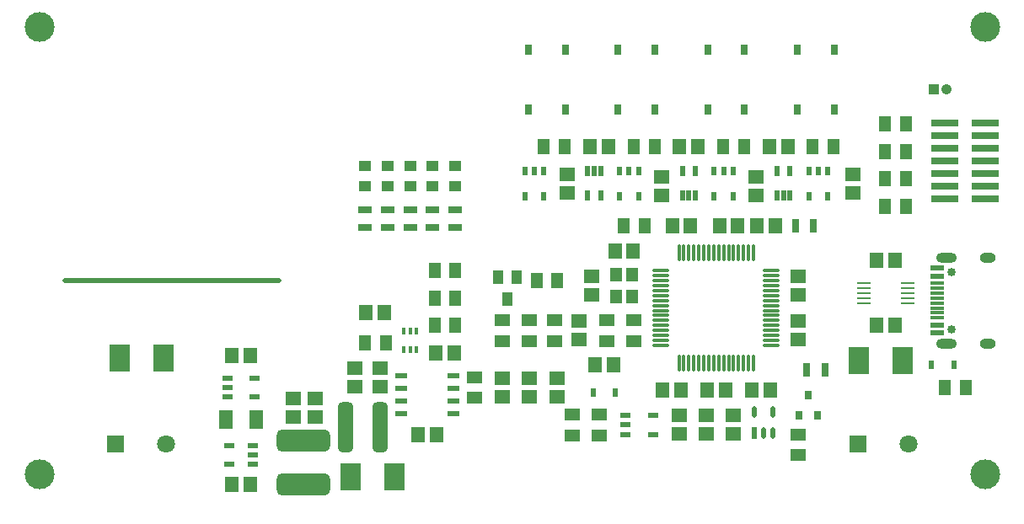
<source format=gbr>
%TF.GenerationSoftware,Altium Limited,Altium Designer,21.1.1 (26)*%
G04 Layer_Color=255*
%FSLAX45Y45*%
%MOMM*%
%TF.SameCoordinates,E9E44C67-710E-4D47-B277-6F884E921ACF*%
%TF.FilePolarity,Positive*%
%TF.FileFunction,Pads,Top*%
%TF.Part,Single*%
G01*
G75*
%TA.AperFunction,SMDPad,CuDef*%
%ADD10R,2.79000X0.74000*%
%ADD11R,1.00000X1.40000*%
%ADD12O,0.30000X1.80000*%
%ADD13O,1.80000X0.30000*%
G04:AMPARAMS|DCode=14|XSize=0.55mm|YSize=0.8mm|CornerRadius=0.0495mm|HoleSize=0mm|Usage=FLASHONLY|Rotation=0.000|XOffset=0mm|YOffset=0mm|HoleType=Round|Shape=RoundedRectangle|*
%AMROUNDEDRECTD14*
21,1,0.55000,0.70100,0,0,0.0*
21,1,0.45100,0.80000,0,0,0.0*
1,1,0.09900,0.22550,-0.35050*
1,1,0.09900,-0.22550,-0.35050*
1,1,0.09900,-0.22550,0.35050*
1,1,0.09900,0.22550,0.35050*
%
%ADD14ROUNDEDRECTD14*%
G04:AMPARAMS|DCode=15|XSize=0.55mm|YSize=1.25mm|CornerRadius=0.0495mm|HoleSize=0mm|Usage=FLASHONLY|Rotation=270.000|XOffset=0mm|YOffset=0mm|HoleType=Round|Shape=RoundedRectangle|*
%AMROUNDEDRECTD15*
21,1,0.55000,1.15100,0,0,270.0*
21,1,0.45100,1.25000,0,0,270.0*
1,1,0.09900,-0.57550,-0.22550*
1,1,0.09900,-0.57550,0.22550*
1,1,0.09900,0.57550,0.22550*
1,1,0.09900,0.57550,-0.22550*
%
%ADD15ROUNDEDRECTD15*%
%ADD16R,0.52981X1.15564*%
G04:AMPARAMS|DCode=17|XSize=1.15564mm|YSize=0.52981mm|CornerRadius=0.2649mm|HoleSize=0mm|Usage=FLASHONLY|Rotation=90.000|XOffset=0mm|YOffset=0mm|HoleType=Round|Shape=RoundedRectangle|*
%AMROUNDEDRECTD17*
21,1,1.15564,0.00000,0,0,90.0*
21,1,0.62584,0.52981,0,0,90.0*
1,1,0.52980,0.00000,0.31292*
1,1,0.52980,0.00000,-0.31292*
1,1,0.52980,0.00000,-0.31292*
1,1,0.52980,0.00000,0.31292*
%
%ADD17ROUNDEDRECTD17*%
%ADD18R,0.40000X0.65000*%
%ADD19R,1.05000X0.60000*%
%ADD20R,1.45000X1.50000*%
%TA.AperFunction,ConnectorPad*%
%ADD21R,1.45000X0.30000*%
%ADD22R,1.45000X0.60000*%
%TA.AperFunction,SMDPad,CuDef*%
G04:AMPARAMS|DCode=23|XSize=1.5mm|YSize=5mm|CornerRadius=0.375mm|HoleSize=0mm|Usage=FLASHONLY|Rotation=180.000|XOffset=0mm|YOffset=0mm|HoleType=Round|Shape=RoundedRectangle|*
%AMROUNDEDRECTD23*
21,1,1.50000,4.25000,0,0,180.0*
21,1,0.75000,5.00000,0,0,180.0*
1,1,0.75000,-0.37500,2.12500*
1,1,0.75000,0.37500,2.12500*
1,1,0.75000,0.37500,-2.12500*
1,1,0.75000,-0.37500,-2.12500*
%
%ADD23ROUNDEDRECTD23*%
%ADD24R,1.35000X1.85000*%
%ADD25R,1.20000X1.50000*%
%ADD26R,0.70000X1.00000*%
%ADD27O,1.40000X0.25000*%
%ADD28R,1.00000X0.60000*%
%ADD29R,1.20000X1.40000*%
G04:AMPARAMS|DCode=30|XSize=0.45mm|YSize=1.05mm|CornerRadius=0.0495mm|HoleSize=0mm|Usage=FLASHONLY|Rotation=0.000|XOffset=0mm|YOffset=0mm|HoleType=Round|Shape=RoundedRectangle|*
%AMROUNDEDRECTD30*
21,1,0.45000,0.95100,0,0,0.0*
21,1,0.35100,1.05000,0,0,0.0*
1,1,0.09900,0.17550,-0.47550*
1,1,0.09900,-0.17550,-0.47550*
1,1,0.09900,-0.17550,0.47550*
1,1,0.09900,0.17550,0.47550*
%
%ADD30ROUNDEDRECTD30*%
%ADD31R,0.80000X0.90000*%
%ADD32R,1.20000X1.10000*%
G04:AMPARAMS|DCode=33|XSize=1.3mm|YSize=0.76mm|CornerRadius=0.095mm|HoleSize=0mm|Usage=FLASHONLY|Rotation=180.000|XOffset=0mm|YOffset=0mm|HoleType=Round|Shape=RoundedRectangle|*
%AMROUNDEDRECTD33*
21,1,1.30000,0.57000,0,0,180.0*
21,1,1.11000,0.76000,0,0,180.0*
1,1,0.19000,-0.55500,0.28500*
1,1,0.19000,0.55500,0.28500*
1,1,0.19000,0.55500,-0.28500*
1,1,0.19000,-0.55500,-0.28500*
%
%ADD33ROUNDEDRECTD33*%
%ADD34R,0.63000X0.83000*%
%ADD35R,1.50000X1.20000*%
G04:AMPARAMS|DCode=36|XSize=1.3mm|YSize=0.76mm|CornerRadius=0.095mm|HoleSize=0mm|Usage=FLASHONLY|Rotation=270.000|XOffset=0mm|YOffset=0mm|HoleType=Round|Shape=RoundedRectangle|*
%AMROUNDEDRECTD36*
21,1,1.30000,0.57000,0,0,270.0*
21,1,1.11000,0.76000,0,0,270.0*
1,1,0.19000,-0.28500,-0.55500*
1,1,0.19000,-0.28500,0.55500*
1,1,0.19000,0.28500,0.55500*
1,1,0.19000,0.28500,-0.55500*
%
%ADD36ROUNDEDRECTD36*%
G04:AMPARAMS|DCode=37|XSize=5.4mm|YSize=2.2mm|CornerRadius=0.55mm|HoleSize=0mm|Usage=FLASHONLY|Rotation=0.000|XOffset=0mm|YOffset=0mm|HoleType=Round|Shape=RoundedRectangle|*
%AMROUNDEDRECTD37*
21,1,5.40000,1.10000,0,0,0.0*
21,1,4.30000,2.20000,0,0,0.0*
1,1,1.10000,2.15000,-0.55000*
1,1,1.10000,-2.15000,-0.55000*
1,1,1.10000,-2.15000,0.55000*
1,1,1.10000,2.15000,0.55000*
%
%ADD37ROUNDEDRECTD37*%
%ADD38R,2.15900X2.74300*%
%ADD39R,1.50000X1.45000*%
%TA.AperFunction,ComponentPad*%
%ADD47R,1.05000X1.05000*%
%ADD48C,1.05000*%
%ADD49C,0.85000*%
%ADD50O,1.60000X1.00000*%
%ADD51O,2.10000X1.00000*%
%ADD52C,1.80000*%
%ADD53R,1.80000X1.80000*%
%ADD54O,22.00000X0.50000*%
%TA.AperFunction,ViaPad*%
%ADD55C,3.00000*%
D10*
X9753500Y3019000D02*
D03*
X9346500D02*
D03*
X9753500Y3273000D02*
D03*
X9346500D02*
D03*
X9753500Y3146000D02*
D03*
X9346500D02*
D03*
X9753500Y3527000D02*
D03*
X9346500D02*
D03*
X9753500Y3400000D02*
D03*
X9346500D02*
D03*
X9753500Y3781000D02*
D03*
X9346500D02*
D03*
X9753500Y3654000D02*
D03*
X9346500D02*
D03*
D11*
X5045000Y2235000D02*
D03*
X4950000Y2015000D02*
D03*
X4855000Y2235000D02*
D03*
D12*
X6675000Y2480000D02*
D03*
X6725000D02*
D03*
X6825000D02*
D03*
X6875000D02*
D03*
X6925000D02*
D03*
X6975000D02*
D03*
X7025000D02*
D03*
X7075000D02*
D03*
X7125000D02*
D03*
X7175000D02*
D03*
X7225000D02*
D03*
X7275000D02*
D03*
X7325000D02*
D03*
X7375000D02*
D03*
X7425000D02*
D03*
Y1370000D02*
D03*
X7375000D02*
D03*
X7325000D02*
D03*
X6775000D02*
D03*
X6725000D02*
D03*
X6675000D02*
D03*
X7075000D02*
D03*
X7025000D02*
D03*
X7275000D02*
D03*
X6775000Y2480000D02*
D03*
X7225000Y1370000D02*
D03*
X7175000D02*
D03*
X7125000D02*
D03*
X6975000D02*
D03*
X6925000D02*
D03*
X6875000D02*
D03*
X6825000D02*
D03*
D13*
X7605000Y2300000D02*
D03*
Y2250000D02*
D03*
Y2200000D02*
D03*
X6495000Y1550000D02*
D03*
Y1600000D02*
D03*
Y1650000D02*
D03*
Y1700000D02*
D03*
Y1750000D02*
D03*
Y1800000D02*
D03*
Y1900000D02*
D03*
Y2000000D02*
D03*
Y2050000D02*
D03*
Y2100000D02*
D03*
Y2300000D02*
D03*
Y2150000D02*
D03*
Y2200000D02*
D03*
Y2250000D02*
D03*
X7605000Y1900000D02*
D03*
Y1850000D02*
D03*
Y1800000D02*
D03*
Y1750000D02*
D03*
X6495000Y1850000D02*
D03*
Y1950000D02*
D03*
X7605000Y1700000D02*
D03*
Y1650000D02*
D03*
Y1600000D02*
D03*
Y1550000D02*
D03*
Y2150000D02*
D03*
Y2100000D02*
D03*
Y2050000D02*
D03*
Y2000000D02*
D03*
Y1950000D02*
D03*
D14*
X5320000Y3047500D02*
D03*
X5130000Y3302500D02*
D03*
X5225000D02*
D03*
X5320000D02*
D03*
X5130000Y3047500D02*
D03*
X8170000D02*
D03*
X7980000D02*
D03*
Y3302500D02*
D03*
X8075000D02*
D03*
X8170000D02*
D03*
X7220000Y3047500D02*
D03*
X7030000D02*
D03*
Y3302500D02*
D03*
X7125000D02*
D03*
X7220000D02*
D03*
X6270000Y3047500D02*
D03*
X6080000D02*
D03*
Y3302500D02*
D03*
X6175000D02*
D03*
X6270000D02*
D03*
D15*
X4412500Y859500D02*
D03*
Y986500D02*
D03*
Y1113500D02*
D03*
Y1240500D02*
D03*
X3887500Y859500D02*
D03*
Y986500D02*
D03*
Y1113500D02*
D03*
Y1240500D02*
D03*
D16*
X7430000Y667472D02*
D03*
D17*
X7525000D02*
D03*
X7620000D02*
D03*
Y882528D02*
D03*
X7430000D02*
D03*
D18*
X4040000Y1695000D02*
D03*
X3975000D02*
D03*
X3910000D02*
D03*
Y1505000D02*
D03*
X3975000D02*
D03*
X4040000D02*
D03*
D19*
X2137501Y1220001D02*
D03*
Y1125001D02*
D03*
Y1030001D02*
D03*
X2412501D02*
D03*
Y1220001D02*
D03*
X6412500Y845000D02*
D03*
Y655000D02*
D03*
X6137500D02*
D03*
Y750000D02*
D03*
Y845000D02*
D03*
D20*
X2367501Y1450001D02*
D03*
X2182502D02*
D03*
X7582500Y3550000D02*
D03*
X7767500D02*
D03*
X6682500D02*
D03*
X6867500D02*
D03*
X5782500D02*
D03*
X5967500D02*
D03*
X7457500Y2750000D02*
D03*
X7642500D02*
D03*
X7267500D02*
D03*
X7082500D02*
D03*
X6792500D02*
D03*
X6607500D02*
D03*
X6217500Y2500000D02*
D03*
X6032500D02*
D03*
X5832500Y1350000D02*
D03*
X6017500D02*
D03*
X8657500Y2400000D02*
D03*
X8842500D02*
D03*
Y1750000D02*
D03*
X8657500D02*
D03*
X7592500Y1100000D02*
D03*
X7407500D02*
D03*
X7142500D02*
D03*
X6957500D02*
D03*
X6507500D02*
D03*
X6692500D02*
D03*
X4232500Y1475000D02*
D03*
X4417500D02*
D03*
X4242500Y650000D02*
D03*
X4057500D02*
D03*
X3532500Y1875000D02*
D03*
X3717500D02*
D03*
X2367501Y150001D02*
D03*
X2182502D02*
D03*
D21*
X9272500Y1975000D02*
D03*
Y2025000D02*
D03*
Y2175000D02*
D03*
Y2125000D02*
D03*
Y2075000D02*
D03*
Y1825000D02*
D03*
Y1875000D02*
D03*
Y1925000D02*
D03*
D22*
Y2325000D02*
D03*
Y2245000D02*
D03*
Y1675000D02*
D03*
Y1755000D02*
D03*
D23*
X3325000Y725000D02*
D03*
X3675001D02*
D03*
D24*
X2122501Y800001D02*
D03*
X2427501D02*
D03*
D25*
X5455000Y2200000D02*
D03*
X5245000D02*
D03*
X5320000Y3550000D02*
D03*
X5530000D02*
D03*
X9555000Y1125000D02*
D03*
X9345000D02*
D03*
X8230000Y3550000D02*
D03*
X8020000D02*
D03*
X7330000D02*
D03*
X7120000D02*
D03*
X6430000D02*
D03*
X6220000D02*
D03*
X6122280Y2755120D02*
D03*
X6332280D02*
D03*
X8745000Y2950000D02*
D03*
X8955000D02*
D03*
X8745000Y3225000D02*
D03*
X8955000D02*
D03*
X8745000Y3500000D02*
D03*
X8955000D02*
D03*
X8745000Y3775000D02*
D03*
X8955000D02*
D03*
X4430000Y2300000D02*
D03*
X4220000D02*
D03*
X4430000Y2025000D02*
D03*
X4220000D02*
D03*
Y1750000D02*
D03*
X4430000D02*
D03*
X3520000Y1575000D02*
D03*
X3730000D02*
D03*
D26*
X5534500Y4520100D02*
D03*
Y3920100D02*
D03*
X5164500Y4520100D02*
D03*
Y3920100D02*
D03*
X6434500Y4520100D02*
D03*
Y3920100D02*
D03*
X6064500Y4520100D02*
D03*
Y3920100D02*
D03*
X7334500Y4520100D02*
D03*
Y3920100D02*
D03*
X6964500Y4520100D02*
D03*
Y3920100D02*
D03*
X8234500Y4520100D02*
D03*
Y3920100D02*
D03*
X7864500Y4520100D02*
D03*
Y3920100D02*
D03*
D27*
X8530000Y2175000D02*
D03*
Y2125000D02*
D03*
Y2075000D02*
D03*
Y2025000D02*
D03*
Y1975000D02*
D03*
X8970000Y2175000D02*
D03*
Y2125000D02*
D03*
Y2075000D02*
D03*
Y2025000D02*
D03*
Y1975000D02*
D03*
D28*
X2155002Y355001D02*
D03*
Y545001D02*
D03*
X2395002D02*
D03*
Y450001D02*
D03*
Y355001D02*
D03*
D29*
X6045000Y2260000D02*
D03*
Y2040000D02*
D03*
X6205000Y2260000D02*
D03*
Y2040000D02*
D03*
D30*
X5890000Y3297500D02*
D03*
X5825000D02*
D03*
X5760000D02*
D03*
Y3052500D02*
D03*
X5890000D02*
D03*
X7660000Y3297500D02*
D03*
X7790000D02*
D03*
Y3052500D02*
D03*
X7725000D02*
D03*
X7660000D02*
D03*
X6710000Y3297500D02*
D03*
X6840000D02*
D03*
Y3052500D02*
D03*
X6775000D02*
D03*
X6710000D02*
D03*
D31*
X7975000Y1050000D02*
D03*
X8070000Y850000D02*
D03*
X7880000D02*
D03*
D32*
X4425000Y3145000D02*
D03*
Y3355000D02*
D03*
X4200000Y3355000D02*
D03*
Y3145000D02*
D03*
X3975000Y3355000D02*
D03*
Y3145000D02*
D03*
X3749976Y3354999D02*
D03*
Y3144999D02*
D03*
X3525000Y3355000D02*
D03*
Y3145000D02*
D03*
D33*
X4425000Y2914000D02*
D03*
Y2735000D02*
D03*
X3975000D02*
D03*
Y2914000D02*
D03*
X4200000Y2735000D02*
D03*
Y2914000D02*
D03*
X3750000Y2735000D02*
D03*
Y2914000D02*
D03*
X3525000Y2735000D02*
D03*
Y2914000D02*
D03*
D34*
X6036500Y1075000D02*
D03*
X5813500D02*
D03*
X9213500Y1350000D02*
D03*
X9436500D02*
D03*
D35*
X5175000Y1805000D02*
D03*
Y1595000D02*
D03*
X5425000Y1805000D02*
D03*
Y1595000D02*
D03*
X4625000Y1230000D02*
D03*
Y1020000D02*
D03*
X5950000Y1595000D02*
D03*
Y1805000D02*
D03*
X6225000Y1595000D02*
D03*
Y1805000D02*
D03*
X7875000Y445000D02*
D03*
Y655000D02*
D03*
X5875000Y855000D02*
D03*
Y645000D02*
D03*
X5600000D02*
D03*
Y855000D02*
D03*
X4900000Y1805000D02*
D03*
Y1595000D02*
D03*
D36*
X7961000Y1300000D02*
D03*
X8140000D02*
D03*
X7843420Y2755100D02*
D03*
X8022420D02*
D03*
D37*
X2900000Y155000D02*
D03*
Y595000D02*
D03*
D38*
X8479000Y1400000D02*
D03*
X8921000D02*
D03*
X3821000Y225000D02*
D03*
X3379000D02*
D03*
X1054000Y1425000D02*
D03*
X1496000D02*
D03*
D39*
X6500000Y3057500D02*
D03*
Y3242500D02*
D03*
X7450000Y3057500D02*
D03*
Y3242500D02*
D03*
X8425000Y3082500D02*
D03*
Y3267500D02*
D03*
X3417339Y1131780D02*
D03*
Y1316780D02*
D03*
X5550000Y3267500D02*
D03*
Y3082500D02*
D03*
X7875000Y1792500D02*
D03*
Y1607500D02*
D03*
Y2057500D02*
D03*
Y2242500D02*
D03*
X5800000D02*
D03*
Y2057500D02*
D03*
X5675000Y1792500D02*
D03*
Y1607500D02*
D03*
X6950000Y842500D02*
D03*
Y657500D02*
D03*
X7225000D02*
D03*
Y842500D02*
D03*
X6675000D02*
D03*
Y657500D02*
D03*
X5450000Y1217500D02*
D03*
Y1032500D02*
D03*
X5175000Y1217500D02*
D03*
Y1032500D02*
D03*
X4900000Y1217500D02*
D03*
Y1032500D02*
D03*
X3675000Y1317500D02*
D03*
Y1132500D02*
D03*
X3025000Y1017500D02*
D03*
Y832500D02*
D03*
X2800000Y1017500D02*
D03*
Y832500D02*
D03*
D47*
X9236500Y4125000D02*
D03*
D48*
X9363500D02*
D03*
D49*
X9417000Y1711000D02*
D03*
Y2289000D02*
D03*
D50*
X9782000Y2432000D02*
D03*
Y1568000D02*
D03*
D51*
X9364000D02*
D03*
Y2432000D02*
D03*
D52*
X8984000Y558800D02*
D03*
X1524000D02*
D03*
D53*
X8476000D02*
D03*
X1016000D02*
D03*
D54*
X1584500Y2197600D02*
D03*
D55*
X250000Y250000D02*
D03*
X9750000D02*
D03*
Y4750000D02*
D03*
X250000D02*
D03*
%TF.MD5,805e72a73f99c3aae1d3bd9b44eef390*%
M02*

</source>
